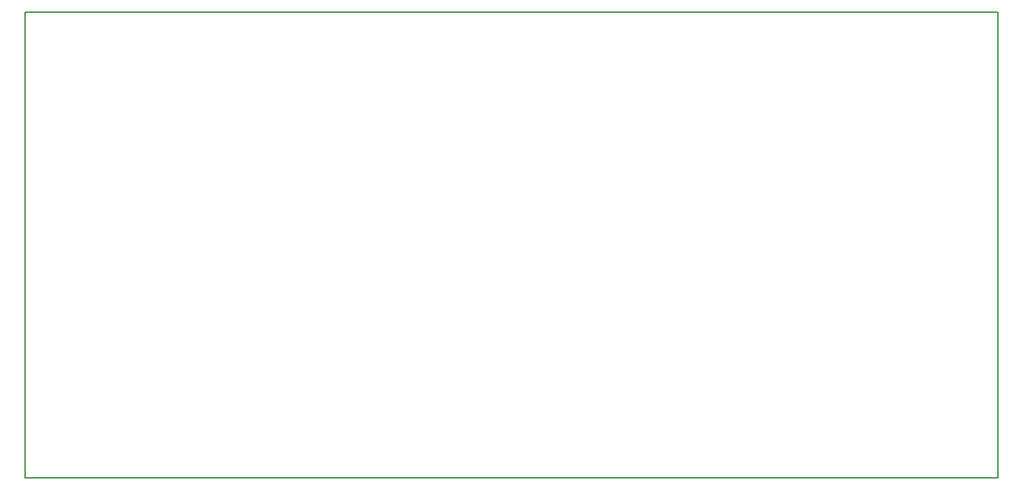
<source format=gbr>
G04 (created by PCBNEW-RS274X (2010-02-09)-RC2) date 30.03.2010 12:29:41*
G01*
G70*
G90*
%MOIN*%
G04 Gerber Fmt 3.4, Leading zero omitted, Abs format*
%FSLAX34Y34*%
G04 APERTURE LIST*
%ADD10C,0.005000*%
%ADD11C,0.007900*%
G04 APERTURE END LIST*
G54D10*
G54D11*
X34780Y-44115D02*
X34780Y-22460D01*
X80060Y-44115D02*
X34780Y-44115D01*
X80060Y-22460D02*
X80060Y-44115D01*
X34780Y-22460D02*
X80060Y-22460D01*
M02*

</source>
